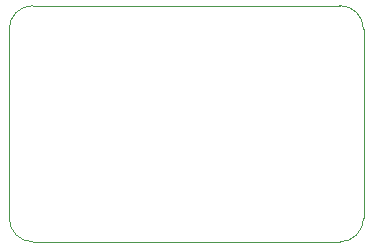
<source format=gm1>
G04 #@! TF.GenerationSoftware,KiCad,Pcbnew,9.0.2-9.0.2-0~ubuntu24.04.1*
G04 #@! TF.CreationDate,2025-06-11T11:14:10+02:00*
G04 #@! TF.ProjectId,Conn_Ruban_Pixels,436f6e6e-5f52-4756-9261-6e5f50697865,rev?*
G04 #@! TF.SameCoordinates,Original*
G04 #@! TF.FileFunction,Profile,NP*
%FSLAX46Y46*%
G04 Gerber Fmt 4.6, Leading zero omitted, Abs format (unit mm)*
G04 Created by KiCad (PCBNEW 9.0.2-9.0.2-0~ubuntu24.04.1) date 2025-06-11 11:14:10*
%MOMM*%
%LPD*%
G01*
G04 APERTURE LIST*
G04 #@! TA.AperFunction,Profile*
%ADD10C,0.050000*%
G04 #@! TD*
G04 APERTURE END LIST*
D10*
X132000000Y-109000000D02*
X158000000Y-109000000D01*
X130000000Y-91000000D02*
G75*
G02*
X132000000Y-89000000I2000000J0D01*
G01*
X132000000Y-109000000D02*
G75*
G02*
X130000000Y-107000000I0J2000000D01*
G01*
X130000000Y-91000000D02*
X130000000Y-107000000D01*
X158000000Y-89000000D02*
G75*
G02*
X160000000Y-91000000I0J-2000000D01*
G01*
X160000000Y-107000000D02*
G75*
G02*
X158000000Y-109000000I-2000000J0D01*
G01*
X160000000Y-107000000D02*
X160000000Y-91000000D01*
X158000000Y-89000000D02*
X132000000Y-89000000D01*
M02*

</source>
